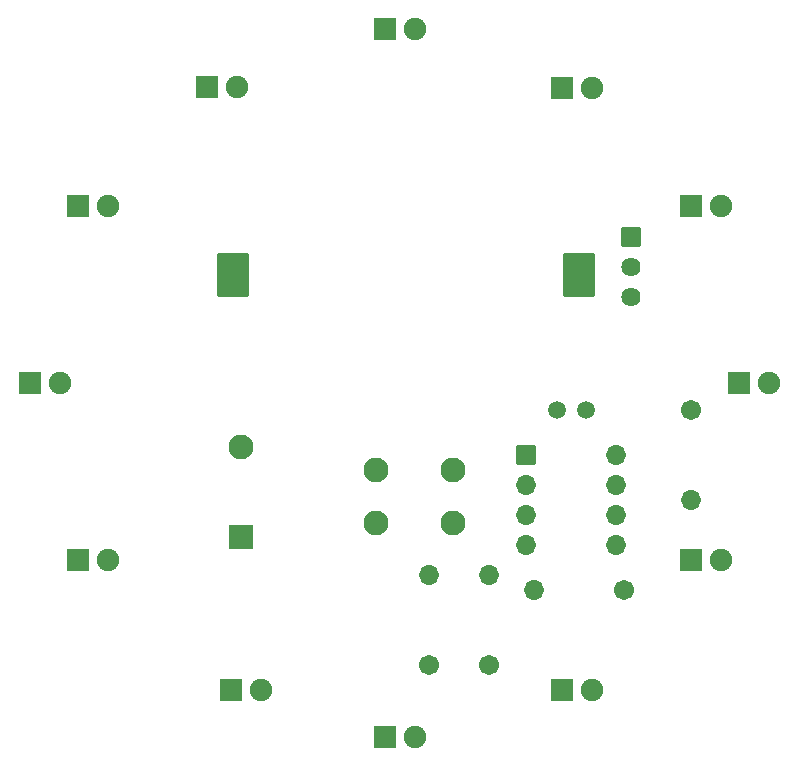
<source format=gts>
G04 #@! TF.GenerationSoftware,KiCad,Pcbnew,6.0.5-a6ca702e91~116~ubuntu20.04.1*
G04 #@! TF.CreationDate,2022-06-19T21:22:33+02:00*
G04 #@! TF.ProjectId,attiny85_charlie_circle,61747469-6e79-4383-955f-636861726c69,0.10*
G04 #@! TF.SameCoordinates,Original*
G04 #@! TF.FileFunction,Soldermask,Top*
G04 #@! TF.FilePolarity,Negative*
%FSLAX46Y46*%
G04 Gerber Fmt 4.6, Leading zero omitted, Abs format (unit mm)*
G04 Created by KiCad (PCBNEW 6.0.5-a6ca702e91~116~ubuntu20.04.1) date 2022-06-19 21:22:33*
%MOMM*%
%LPD*%
G01*
G04 APERTURE LIST*
G04 Aperture macros list*
%AMRoundRect*
0 Rectangle with rounded corners*
0 $1 Rounding radius*
0 $2 $3 $4 $5 $6 $7 $8 $9 X,Y pos of 4 corners*
0 Add a 4 corners polygon primitive as box body*
4,1,4,$2,$3,$4,$5,$6,$7,$8,$9,$2,$3,0*
0 Add four circle primitives for the rounded corners*
1,1,$1+$1,$2,$3*
1,1,$1+$1,$4,$5*
1,1,$1+$1,$6,$7*
1,1,$1+$1,$8,$9*
0 Add four rect primitives between the rounded corners*
20,1,$1+$1,$2,$3,$4,$5,0*
20,1,$1+$1,$4,$5,$6,$7,0*
20,1,$1+$1,$6,$7,$8,$9,0*
20,1,$1+$1,$8,$9,$2,$3,0*%
G04 Aperture macros list end*
%ADD10RoundRect,0.051000X-0.762000X-0.762000X0.762000X-0.762000X0.762000X0.762000X-0.762000X0.762000X0*%
%ADD11C,1.626000*%
%ADD12C,1.702000*%
%ADD13O,1.702000X1.702000*%
%ADD14RoundRect,0.051000X-0.800000X-0.800000X0.800000X-0.800000X0.800000X0.800000X-0.800000X0.800000X0*%
%ADD15RoundRect,0.051000X-0.900000X-0.900000X0.900000X-0.900000X0.900000X0.900000X-0.900000X0.900000X0*%
%ADD16C,1.902000*%
%ADD17RoundRect,0.051000X1.000000X-1.000000X1.000000X1.000000X-1.000000X1.000000X-1.000000X-1.000000X0*%
%ADD18C,2.102000*%
%ADD19RoundRect,0.051000X-1.300000X-1.800000X1.300000X-1.800000X1.300000X1.800000X-1.300000X1.800000X0*%
%ADD20C,1.502000*%
G04 APERTURE END LIST*
D10*
X119380000Y-87630000D03*
D11*
X119380000Y-90170000D03*
X119380000Y-92710000D03*
D12*
X124460000Y-102235000D03*
D13*
X124460000Y-109855000D03*
D12*
X102235000Y-123825000D03*
D13*
X102235000Y-116205000D03*
D12*
X118745000Y-117475000D03*
D13*
X111125000Y-117475000D03*
D12*
X107315000Y-123825000D03*
D13*
X107315000Y-116205000D03*
D14*
X110490000Y-106045000D03*
D13*
X110490000Y-108585000D03*
X110490000Y-111125000D03*
X110490000Y-113665000D03*
X118110000Y-113665000D03*
X118110000Y-111125000D03*
X118110000Y-108585000D03*
X118110000Y-106045000D03*
D15*
X124480000Y-85000000D03*
D16*
X127020000Y-85000000D03*
D15*
X128500000Y-100000000D03*
D16*
X131040000Y-100000000D03*
D15*
X124480000Y-115000000D03*
D16*
X127020000Y-115000000D03*
D15*
X113500000Y-125980000D03*
D16*
X116040000Y-125980000D03*
D15*
X98500000Y-130000000D03*
D16*
X101040000Y-130000000D03*
D15*
X85500000Y-125980000D03*
D16*
X88040000Y-125980000D03*
D15*
X72520000Y-115000000D03*
D16*
X75060000Y-115000000D03*
D15*
X68500000Y-100000000D03*
D16*
X71040000Y-100000000D03*
D15*
X72520000Y-85000000D03*
D16*
X75060000Y-85000000D03*
D15*
X83500000Y-74930000D03*
D16*
X86040000Y-74930000D03*
D15*
X98500000Y-70000000D03*
D16*
X101040000Y-70000000D03*
D17*
X86360000Y-113030000D03*
D18*
X86360000Y-105430000D03*
X104290000Y-107315000D03*
X97790000Y-107315000D03*
X104290000Y-111815000D03*
X97790000Y-111815000D03*
D19*
X114980000Y-90805000D03*
X85680000Y-90805000D03*
D15*
X113500000Y-74980000D03*
D16*
X116040000Y-74980000D03*
D20*
X115570000Y-102235000D03*
X113070000Y-102235000D03*
M02*

</source>
